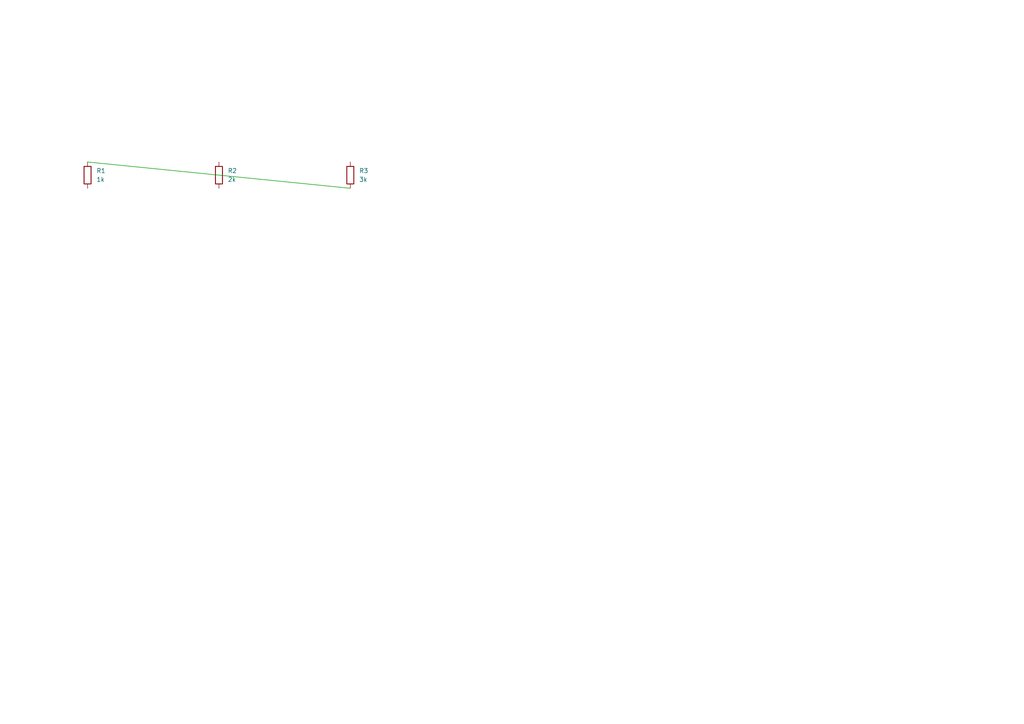
<source format=kicad_sch>
(kicad_sch (version 20250114) (generator "eeschema") (generator_version "9.0")
  (paper "A4")
  (title_block (title "Manhattan Test"))
  (lib_symbols
    (symbol "Device:R" (pin_numbers (hide yes)) (pin_names (offset 0))
      (property "Reference" "R" (at 2.032 0 90))
      (property "Value" "R" (at 0 0 90))
      (symbol "R_0_1"
        (rectangle (start -1.016 -2.54) (end 1.016 2.54) (stroke (width 0.254)))
      )
      (symbol "R_1_1"
        (pin passive line (at 0 3.81 270) (length 1.27) (name "~") (number "1"))
        (pin passive line (at 0 -3.81 90) (length 1.27) (name "~") (number "2"))
      )
    )
  )
  (symbol (lib_id "Device:R") (at 25.4 50.8 0) (unit 1)
    (property "Reference" "R1" (at 27.94 49.5299 0) (effects (justify left)))
    (property "Value" "1k" (at 27.94 52.0699 0) (effects (justify left)))
  )
  (symbol (lib_id "Device:R") (at 63.5 50.8 0) (unit 1)
    (property "Reference" "R2" (at 66.04 49.5299 0) (effects (justify left)))
    (property "Value" "2k" (at 66.04 52.0699 0) (effects (justify left)))
  )
  (symbol (lib_id "Device:R") (at 101.6 50.8 0) (unit 1)
    (property "Reference" "R3" (at 104.14 49.5299 0) (effects (justify left)))
    (property "Value" "3k" (at 104.14 52.0699 0) (effects (justify left)))
  )
  (wire (pts (xy 25.4 46.99) (xy 101.6 54.61)))
)
</source>
